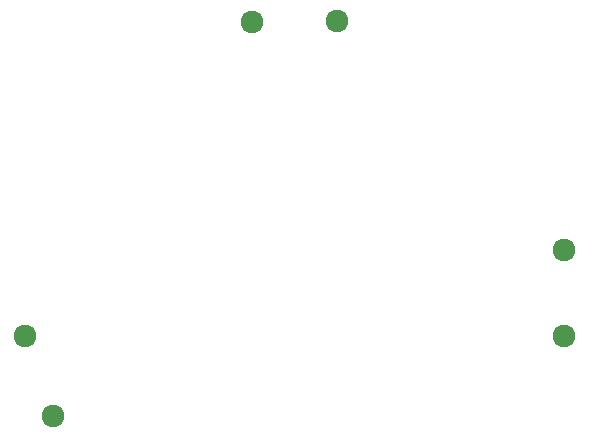
<source format=gbs>
G04 #@! TF.FileFunction,Soldermask,Bot*
%FSLAX46Y46*%
G04 Gerber Fmt 4.6, Leading zero omitted, Abs format (unit mm)*
G04 Created by KiCad (PCBNEW 4.0.1-stable) date 2/4/2016 5:51:54 PM*
%MOMM*%
G01*
G04 APERTURE LIST*
%ADD10C,0.100000*%
%ADD11C,1.924000*%
G04 APERTURE END LIST*
D10*
D11*
X181640000Y-52020000D03*
X157540000Y-85450000D03*
X155240000Y-78620000D03*
X174390000Y-52080000D03*
X200820000Y-78620000D03*
X200840000Y-71380000D03*
M02*

</source>
